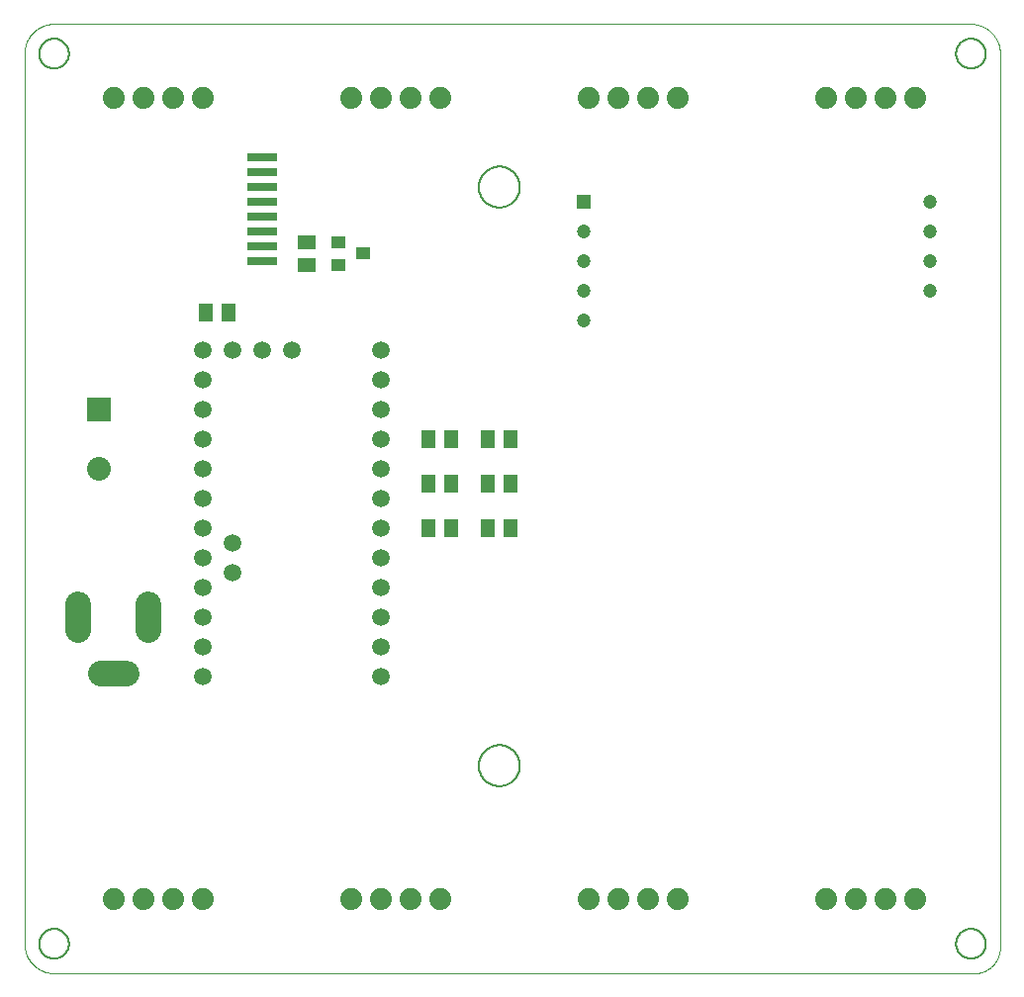
<source format=gtl>
G75*
%MOIN*%
%OFA0B0*%
%FSLAX25Y25*%
%IPPOS*%
%LPD*%
%AMOC8*
5,1,8,0,0,1.08239X$1,22.5*
%
%ADD10C,0.00000*%
%ADD11C,0.00600*%
%ADD12C,0.07400*%
%ADD13C,0.08600*%
%ADD14C,0.05906*%
%ADD15R,0.04724X0.04724*%
%ADD16C,0.04724*%
%ADD17R,0.10000X0.03000*%
%ADD18R,0.05118X0.05906*%
%ADD19R,0.05906X0.05118*%
%ADD20R,0.08000X0.08000*%
%ADD21C,0.08000*%
%ADD22R,0.04724X0.04000*%
%ADD23C,0.03562*%
%ADD24C,0.07600*%
%ADD25C,0.01200*%
%ADD26C,0.02400*%
%ADD27C,0.03200*%
%ADD28C,0.01600*%
%ADD29C,0.02400*%
D10*
X0013520Y0011600D02*
X0013520Y0311561D01*
X0013523Y0311803D01*
X0013532Y0312044D01*
X0013546Y0312285D01*
X0013567Y0312526D01*
X0013593Y0312766D01*
X0013625Y0313006D01*
X0013663Y0313245D01*
X0013706Y0313482D01*
X0013756Y0313719D01*
X0013811Y0313954D01*
X0013871Y0314188D01*
X0013938Y0314420D01*
X0014009Y0314651D01*
X0014087Y0314880D01*
X0014170Y0315107D01*
X0014258Y0315332D01*
X0014352Y0315555D01*
X0014451Y0315775D01*
X0014556Y0315993D01*
X0014665Y0316208D01*
X0014780Y0316421D01*
X0014900Y0316631D01*
X0015025Y0316837D01*
X0015155Y0317041D01*
X0015290Y0317242D01*
X0015430Y0317439D01*
X0015574Y0317633D01*
X0015723Y0317823D01*
X0015877Y0318009D01*
X0016035Y0318192D01*
X0016197Y0318371D01*
X0016364Y0318546D01*
X0016535Y0318717D01*
X0016710Y0318884D01*
X0016889Y0319046D01*
X0017072Y0319204D01*
X0017258Y0319358D01*
X0017448Y0319507D01*
X0017642Y0319651D01*
X0017839Y0319791D01*
X0018040Y0319926D01*
X0018244Y0320056D01*
X0018450Y0320181D01*
X0018660Y0320301D01*
X0018873Y0320416D01*
X0019088Y0320525D01*
X0019306Y0320630D01*
X0019526Y0320729D01*
X0019749Y0320823D01*
X0019974Y0320911D01*
X0020201Y0320994D01*
X0020430Y0321072D01*
X0020661Y0321143D01*
X0020893Y0321210D01*
X0021127Y0321270D01*
X0021362Y0321325D01*
X0021599Y0321375D01*
X0021836Y0321418D01*
X0022075Y0321456D01*
X0022315Y0321488D01*
X0022555Y0321514D01*
X0022796Y0321535D01*
X0023037Y0321549D01*
X0023278Y0321558D01*
X0023520Y0321561D01*
X0332260Y0321561D01*
X0332501Y0321558D01*
X0332741Y0321549D01*
X0332982Y0321535D01*
X0333221Y0321514D01*
X0333461Y0321488D01*
X0333699Y0321456D01*
X0333937Y0321419D01*
X0334174Y0321375D01*
X0334409Y0321326D01*
X0334644Y0321272D01*
X0334877Y0321211D01*
X0335108Y0321145D01*
X0335338Y0321073D01*
X0335566Y0320996D01*
X0335792Y0320914D01*
X0336016Y0320826D01*
X0336238Y0320732D01*
X0336458Y0320633D01*
X0336675Y0320529D01*
X0336889Y0320420D01*
X0337101Y0320306D01*
X0337310Y0320186D01*
X0337516Y0320062D01*
X0337719Y0319932D01*
X0337918Y0319798D01*
X0338115Y0319659D01*
X0338308Y0319515D01*
X0338497Y0319366D01*
X0338683Y0319213D01*
X0338865Y0319056D01*
X0339044Y0318894D01*
X0339218Y0318728D01*
X0339388Y0318558D01*
X0339554Y0318384D01*
X0339716Y0318205D01*
X0339873Y0318023D01*
X0340026Y0317837D01*
X0340175Y0317648D01*
X0340319Y0317455D01*
X0340458Y0317258D01*
X0340592Y0317059D01*
X0340722Y0316856D01*
X0340846Y0316650D01*
X0340966Y0316441D01*
X0341080Y0316229D01*
X0341189Y0316015D01*
X0341293Y0315798D01*
X0341392Y0315578D01*
X0341486Y0315356D01*
X0341574Y0315132D01*
X0341656Y0314906D01*
X0341733Y0314678D01*
X0341805Y0314448D01*
X0341871Y0314217D01*
X0341932Y0313984D01*
X0341986Y0313749D01*
X0342035Y0313514D01*
X0342079Y0313277D01*
X0342116Y0313039D01*
X0342148Y0312801D01*
X0342174Y0312561D01*
X0342195Y0312322D01*
X0342209Y0312081D01*
X0342218Y0311841D01*
X0342221Y0311600D01*
X0342220Y0311600D02*
X0342220Y0010301D01*
X0342221Y0010301D02*
X0342218Y0010091D01*
X0342211Y0009881D01*
X0342198Y0009671D01*
X0342180Y0009461D01*
X0342158Y0009252D01*
X0342130Y0009044D01*
X0342097Y0008836D01*
X0342059Y0008629D01*
X0342016Y0008423D01*
X0341968Y0008219D01*
X0341915Y0008015D01*
X0341858Y0007813D01*
X0341795Y0007612D01*
X0341728Y0007413D01*
X0341656Y0007216D01*
X0341579Y0007020D01*
X0341497Y0006826D01*
X0341411Y0006634D01*
X0341320Y0006445D01*
X0341224Y0006257D01*
X0341124Y0006072D01*
X0341020Y0005890D01*
X0340911Y0005710D01*
X0340798Y0005533D01*
X0340681Y0005358D01*
X0340559Y0005187D01*
X0340434Y0005018D01*
X0340304Y0004853D01*
X0340170Y0004690D01*
X0340033Y0004531D01*
X0339891Y0004375D01*
X0339746Y0004223D01*
X0339598Y0004075D01*
X0339446Y0003930D01*
X0339290Y0003788D01*
X0339131Y0003651D01*
X0338968Y0003517D01*
X0338803Y0003387D01*
X0338634Y0003262D01*
X0338463Y0003140D01*
X0338288Y0003023D01*
X0338111Y0002910D01*
X0337931Y0002801D01*
X0337749Y0002697D01*
X0337564Y0002597D01*
X0337376Y0002501D01*
X0337187Y0002410D01*
X0336995Y0002324D01*
X0336801Y0002242D01*
X0336605Y0002165D01*
X0336408Y0002093D01*
X0336209Y0002026D01*
X0336008Y0001963D01*
X0335806Y0001906D01*
X0335602Y0001853D01*
X0335398Y0001805D01*
X0335192Y0001762D01*
X0334985Y0001724D01*
X0334777Y0001691D01*
X0334569Y0001663D01*
X0334360Y0001641D01*
X0334150Y0001623D01*
X0333940Y0001610D01*
X0333730Y0001603D01*
X0333520Y0001600D01*
X0023520Y0001600D01*
X0023278Y0001603D01*
X0023037Y0001612D01*
X0022796Y0001626D01*
X0022555Y0001647D01*
X0022315Y0001673D01*
X0022075Y0001705D01*
X0021836Y0001743D01*
X0021599Y0001786D01*
X0021362Y0001836D01*
X0021127Y0001891D01*
X0020893Y0001951D01*
X0020661Y0002018D01*
X0020430Y0002089D01*
X0020201Y0002167D01*
X0019974Y0002250D01*
X0019749Y0002338D01*
X0019526Y0002432D01*
X0019306Y0002531D01*
X0019088Y0002636D01*
X0018873Y0002745D01*
X0018660Y0002860D01*
X0018450Y0002980D01*
X0018244Y0003105D01*
X0018040Y0003235D01*
X0017839Y0003370D01*
X0017642Y0003510D01*
X0017448Y0003654D01*
X0017258Y0003803D01*
X0017072Y0003957D01*
X0016889Y0004115D01*
X0016710Y0004277D01*
X0016535Y0004444D01*
X0016364Y0004615D01*
X0016197Y0004790D01*
X0016035Y0004969D01*
X0015877Y0005152D01*
X0015723Y0005338D01*
X0015574Y0005528D01*
X0015430Y0005722D01*
X0015290Y0005919D01*
X0015155Y0006120D01*
X0015025Y0006324D01*
X0014900Y0006530D01*
X0014780Y0006740D01*
X0014665Y0006953D01*
X0014556Y0007168D01*
X0014451Y0007386D01*
X0014352Y0007606D01*
X0014258Y0007829D01*
X0014170Y0008054D01*
X0014087Y0008281D01*
X0014009Y0008510D01*
X0013938Y0008741D01*
X0013871Y0008973D01*
X0013811Y0009207D01*
X0013756Y0009442D01*
X0013706Y0009679D01*
X0013663Y0009916D01*
X0013625Y0010155D01*
X0013593Y0010395D01*
X0013567Y0010635D01*
X0013546Y0010876D01*
X0013532Y0011117D01*
X0013523Y0011358D01*
X0013520Y0011600D01*
D11*
X0018520Y0011600D02*
X0018522Y0011741D01*
X0018528Y0011882D01*
X0018538Y0012022D01*
X0018552Y0012162D01*
X0018570Y0012302D01*
X0018591Y0012441D01*
X0018617Y0012580D01*
X0018646Y0012718D01*
X0018680Y0012854D01*
X0018717Y0012990D01*
X0018758Y0013125D01*
X0018803Y0013259D01*
X0018852Y0013391D01*
X0018904Y0013522D01*
X0018960Y0013651D01*
X0019020Y0013778D01*
X0019083Y0013904D01*
X0019149Y0014028D01*
X0019220Y0014151D01*
X0019293Y0014271D01*
X0019370Y0014389D01*
X0019450Y0014505D01*
X0019534Y0014618D01*
X0019620Y0014729D01*
X0019710Y0014838D01*
X0019803Y0014944D01*
X0019898Y0015047D01*
X0019997Y0015148D01*
X0020098Y0015246D01*
X0020202Y0015341D01*
X0020309Y0015433D01*
X0020418Y0015522D01*
X0020530Y0015607D01*
X0020644Y0015690D01*
X0020760Y0015770D01*
X0020879Y0015846D01*
X0021000Y0015918D01*
X0021122Y0015988D01*
X0021247Y0016053D01*
X0021373Y0016116D01*
X0021501Y0016174D01*
X0021631Y0016229D01*
X0021762Y0016281D01*
X0021895Y0016328D01*
X0022029Y0016372D01*
X0022164Y0016413D01*
X0022300Y0016449D01*
X0022437Y0016481D01*
X0022575Y0016510D01*
X0022713Y0016535D01*
X0022853Y0016555D01*
X0022993Y0016572D01*
X0023133Y0016585D01*
X0023274Y0016594D01*
X0023414Y0016599D01*
X0023555Y0016600D01*
X0023696Y0016597D01*
X0023837Y0016590D01*
X0023977Y0016579D01*
X0024117Y0016564D01*
X0024257Y0016545D01*
X0024396Y0016523D01*
X0024534Y0016496D01*
X0024672Y0016466D01*
X0024808Y0016431D01*
X0024944Y0016393D01*
X0025078Y0016351D01*
X0025212Y0016305D01*
X0025344Y0016256D01*
X0025474Y0016202D01*
X0025603Y0016145D01*
X0025730Y0016085D01*
X0025856Y0016021D01*
X0025979Y0015953D01*
X0026101Y0015882D01*
X0026221Y0015808D01*
X0026338Y0015730D01*
X0026453Y0015649D01*
X0026566Y0015565D01*
X0026677Y0015478D01*
X0026785Y0015387D01*
X0026890Y0015294D01*
X0026993Y0015197D01*
X0027093Y0015098D01*
X0027190Y0014996D01*
X0027284Y0014891D01*
X0027375Y0014784D01*
X0027463Y0014674D01*
X0027548Y0014562D01*
X0027630Y0014447D01*
X0027709Y0014330D01*
X0027784Y0014211D01*
X0027856Y0014090D01*
X0027924Y0013967D01*
X0027989Y0013842D01*
X0028051Y0013715D01*
X0028108Y0013586D01*
X0028163Y0013456D01*
X0028213Y0013325D01*
X0028260Y0013192D01*
X0028303Y0013058D01*
X0028342Y0012922D01*
X0028377Y0012786D01*
X0028409Y0012649D01*
X0028436Y0012511D01*
X0028460Y0012372D01*
X0028480Y0012232D01*
X0028496Y0012092D01*
X0028508Y0011952D01*
X0028516Y0011811D01*
X0028520Y0011670D01*
X0028520Y0011530D01*
X0028516Y0011389D01*
X0028508Y0011248D01*
X0028496Y0011108D01*
X0028480Y0010968D01*
X0028460Y0010828D01*
X0028436Y0010689D01*
X0028409Y0010551D01*
X0028377Y0010414D01*
X0028342Y0010278D01*
X0028303Y0010142D01*
X0028260Y0010008D01*
X0028213Y0009875D01*
X0028163Y0009744D01*
X0028108Y0009614D01*
X0028051Y0009485D01*
X0027989Y0009358D01*
X0027924Y0009233D01*
X0027856Y0009110D01*
X0027784Y0008989D01*
X0027709Y0008870D01*
X0027630Y0008753D01*
X0027548Y0008638D01*
X0027463Y0008526D01*
X0027375Y0008416D01*
X0027284Y0008309D01*
X0027190Y0008204D01*
X0027093Y0008102D01*
X0026993Y0008003D01*
X0026890Y0007906D01*
X0026785Y0007813D01*
X0026677Y0007722D01*
X0026566Y0007635D01*
X0026453Y0007551D01*
X0026338Y0007470D01*
X0026221Y0007392D01*
X0026101Y0007318D01*
X0025979Y0007247D01*
X0025856Y0007179D01*
X0025730Y0007115D01*
X0025603Y0007055D01*
X0025474Y0006998D01*
X0025344Y0006944D01*
X0025212Y0006895D01*
X0025078Y0006849D01*
X0024944Y0006807D01*
X0024808Y0006769D01*
X0024672Y0006734D01*
X0024534Y0006704D01*
X0024396Y0006677D01*
X0024257Y0006655D01*
X0024117Y0006636D01*
X0023977Y0006621D01*
X0023837Y0006610D01*
X0023696Y0006603D01*
X0023555Y0006600D01*
X0023414Y0006601D01*
X0023274Y0006606D01*
X0023133Y0006615D01*
X0022993Y0006628D01*
X0022853Y0006645D01*
X0022713Y0006665D01*
X0022575Y0006690D01*
X0022437Y0006719D01*
X0022300Y0006751D01*
X0022164Y0006787D01*
X0022029Y0006828D01*
X0021895Y0006872D01*
X0021762Y0006919D01*
X0021631Y0006971D01*
X0021501Y0007026D01*
X0021373Y0007084D01*
X0021247Y0007147D01*
X0021122Y0007212D01*
X0021000Y0007282D01*
X0020879Y0007354D01*
X0020760Y0007430D01*
X0020644Y0007510D01*
X0020530Y0007593D01*
X0020418Y0007678D01*
X0020309Y0007767D01*
X0020202Y0007859D01*
X0020098Y0007954D01*
X0019997Y0008052D01*
X0019898Y0008153D01*
X0019803Y0008256D01*
X0019710Y0008362D01*
X0019620Y0008471D01*
X0019534Y0008582D01*
X0019450Y0008695D01*
X0019370Y0008811D01*
X0019293Y0008929D01*
X0019220Y0009049D01*
X0019149Y0009172D01*
X0019083Y0009296D01*
X0019020Y0009422D01*
X0018960Y0009549D01*
X0018904Y0009678D01*
X0018852Y0009809D01*
X0018803Y0009941D01*
X0018758Y0010075D01*
X0018717Y0010210D01*
X0018680Y0010346D01*
X0018646Y0010482D01*
X0018617Y0010620D01*
X0018591Y0010759D01*
X0018570Y0010898D01*
X0018552Y0011038D01*
X0018538Y0011178D01*
X0018528Y0011318D01*
X0018522Y0011459D01*
X0018520Y0011600D01*
X0166630Y0071600D02*
X0166632Y0071769D01*
X0166638Y0071938D01*
X0166649Y0072107D01*
X0166663Y0072275D01*
X0166682Y0072443D01*
X0166705Y0072611D01*
X0166731Y0072778D01*
X0166762Y0072944D01*
X0166797Y0073110D01*
X0166836Y0073274D01*
X0166880Y0073438D01*
X0166927Y0073600D01*
X0166978Y0073761D01*
X0167033Y0073921D01*
X0167092Y0074080D01*
X0167154Y0074237D01*
X0167221Y0074392D01*
X0167292Y0074546D01*
X0167366Y0074698D01*
X0167444Y0074848D01*
X0167525Y0074996D01*
X0167610Y0075142D01*
X0167699Y0075286D01*
X0167791Y0075428D01*
X0167887Y0075567D01*
X0167986Y0075704D01*
X0168088Y0075839D01*
X0168194Y0075971D01*
X0168303Y0076100D01*
X0168415Y0076227D01*
X0168530Y0076351D01*
X0168648Y0076472D01*
X0168769Y0076590D01*
X0168893Y0076705D01*
X0169020Y0076817D01*
X0169149Y0076926D01*
X0169281Y0077032D01*
X0169416Y0077134D01*
X0169553Y0077233D01*
X0169692Y0077329D01*
X0169834Y0077421D01*
X0169978Y0077510D01*
X0170124Y0077595D01*
X0170272Y0077676D01*
X0170422Y0077754D01*
X0170574Y0077828D01*
X0170728Y0077899D01*
X0170883Y0077966D01*
X0171040Y0078028D01*
X0171199Y0078087D01*
X0171359Y0078142D01*
X0171520Y0078193D01*
X0171682Y0078240D01*
X0171846Y0078284D01*
X0172010Y0078323D01*
X0172176Y0078358D01*
X0172342Y0078389D01*
X0172509Y0078415D01*
X0172677Y0078438D01*
X0172845Y0078457D01*
X0173013Y0078471D01*
X0173182Y0078482D01*
X0173351Y0078488D01*
X0173520Y0078490D01*
X0173689Y0078488D01*
X0173858Y0078482D01*
X0174027Y0078471D01*
X0174195Y0078457D01*
X0174363Y0078438D01*
X0174531Y0078415D01*
X0174698Y0078389D01*
X0174864Y0078358D01*
X0175030Y0078323D01*
X0175194Y0078284D01*
X0175358Y0078240D01*
X0175520Y0078193D01*
X0175681Y0078142D01*
X0175841Y0078087D01*
X0176000Y0078028D01*
X0176157Y0077966D01*
X0176312Y0077899D01*
X0176466Y0077828D01*
X0176618Y0077754D01*
X0176768Y0077676D01*
X0176916Y0077595D01*
X0177062Y0077510D01*
X0177206Y0077421D01*
X0177348Y0077329D01*
X0177487Y0077233D01*
X0177624Y0077134D01*
X0177759Y0077032D01*
X0177891Y0076926D01*
X0178020Y0076817D01*
X0178147Y0076705D01*
X0178271Y0076590D01*
X0178392Y0076472D01*
X0178510Y0076351D01*
X0178625Y0076227D01*
X0178737Y0076100D01*
X0178846Y0075971D01*
X0178952Y0075839D01*
X0179054Y0075704D01*
X0179153Y0075567D01*
X0179249Y0075428D01*
X0179341Y0075286D01*
X0179430Y0075142D01*
X0179515Y0074996D01*
X0179596Y0074848D01*
X0179674Y0074698D01*
X0179748Y0074546D01*
X0179819Y0074392D01*
X0179886Y0074237D01*
X0179948Y0074080D01*
X0180007Y0073921D01*
X0180062Y0073761D01*
X0180113Y0073600D01*
X0180160Y0073438D01*
X0180204Y0073274D01*
X0180243Y0073110D01*
X0180278Y0072944D01*
X0180309Y0072778D01*
X0180335Y0072611D01*
X0180358Y0072443D01*
X0180377Y0072275D01*
X0180391Y0072107D01*
X0180402Y0071938D01*
X0180408Y0071769D01*
X0180410Y0071600D01*
X0180408Y0071431D01*
X0180402Y0071262D01*
X0180391Y0071093D01*
X0180377Y0070925D01*
X0180358Y0070757D01*
X0180335Y0070589D01*
X0180309Y0070422D01*
X0180278Y0070256D01*
X0180243Y0070090D01*
X0180204Y0069926D01*
X0180160Y0069762D01*
X0180113Y0069600D01*
X0180062Y0069439D01*
X0180007Y0069279D01*
X0179948Y0069120D01*
X0179886Y0068963D01*
X0179819Y0068808D01*
X0179748Y0068654D01*
X0179674Y0068502D01*
X0179596Y0068352D01*
X0179515Y0068204D01*
X0179430Y0068058D01*
X0179341Y0067914D01*
X0179249Y0067772D01*
X0179153Y0067633D01*
X0179054Y0067496D01*
X0178952Y0067361D01*
X0178846Y0067229D01*
X0178737Y0067100D01*
X0178625Y0066973D01*
X0178510Y0066849D01*
X0178392Y0066728D01*
X0178271Y0066610D01*
X0178147Y0066495D01*
X0178020Y0066383D01*
X0177891Y0066274D01*
X0177759Y0066168D01*
X0177624Y0066066D01*
X0177487Y0065967D01*
X0177348Y0065871D01*
X0177206Y0065779D01*
X0177062Y0065690D01*
X0176916Y0065605D01*
X0176768Y0065524D01*
X0176618Y0065446D01*
X0176466Y0065372D01*
X0176312Y0065301D01*
X0176157Y0065234D01*
X0176000Y0065172D01*
X0175841Y0065113D01*
X0175681Y0065058D01*
X0175520Y0065007D01*
X0175358Y0064960D01*
X0175194Y0064916D01*
X0175030Y0064877D01*
X0174864Y0064842D01*
X0174698Y0064811D01*
X0174531Y0064785D01*
X0174363Y0064762D01*
X0174195Y0064743D01*
X0174027Y0064729D01*
X0173858Y0064718D01*
X0173689Y0064712D01*
X0173520Y0064710D01*
X0173351Y0064712D01*
X0173182Y0064718D01*
X0173013Y0064729D01*
X0172845Y0064743D01*
X0172677Y0064762D01*
X0172509Y0064785D01*
X0172342Y0064811D01*
X0172176Y0064842D01*
X0172010Y0064877D01*
X0171846Y0064916D01*
X0171682Y0064960D01*
X0171520Y0065007D01*
X0171359Y0065058D01*
X0171199Y0065113D01*
X0171040Y0065172D01*
X0170883Y0065234D01*
X0170728Y0065301D01*
X0170574Y0065372D01*
X0170422Y0065446D01*
X0170272Y0065524D01*
X0170124Y0065605D01*
X0169978Y0065690D01*
X0169834Y0065779D01*
X0169692Y0065871D01*
X0169553Y0065967D01*
X0169416Y0066066D01*
X0169281Y0066168D01*
X0169149Y0066274D01*
X0169020Y0066383D01*
X0168893Y0066495D01*
X0168769Y0066610D01*
X0168648Y0066728D01*
X0168530Y0066849D01*
X0168415Y0066973D01*
X0168303Y0067100D01*
X0168194Y0067229D01*
X0168088Y0067361D01*
X0167986Y0067496D01*
X0167887Y0067633D01*
X0167791Y0067772D01*
X0167699Y0067914D01*
X0167610Y0068058D01*
X0167525Y0068204D01*
X0167444Y0068352D01*
X0167366Y0068502D01*
X0167292Y0068654D01*
X0167221Y0068808D01*
X0167154Y0068963D01*
X0167092Y0069120D01*
X0167033Y0069279D01*
X0166978Y0069439D01*
X0166927Y0069600D01*
X0166880Y0069762D01*
X0166836Y0069926D01*
X0166797Y0070090D01*
X0166762Y0070256D01*
X0166731Y0070422D01*
X0166705Y0070589D01*
X0166682Y0070757D01*
X0166663Y0070925D01*
X0166649Y0071093D01*
X0166638Y0071262D01*
X0166632Y0071431D01*
X0166630Y0071600D01*
X0327417Y0011600D02*
X0327419Y0011741D01*
X0327425Y0011882D01*
X0327435Y0012022D01*
X0327449Y0012162D01*
X0327467Y0012302D01*
X0327488Y0012441D01*
X0327514Y0012580D01*
X0327543Y0012718D01*
X0327577Y0012854D01*
X0327614Y0012990D01*
X0327655Y0013125D01*
X0327700Y0013259D01*
X0327749Y0013391D01*
X0327801Y0013522D01*
X0327857Y0013651D01*
X0327917Y0013778D01*
X0327980Y0013904D01*
X0328046Y0014028D01*
X0328117Y0014151D01*
X0328190Y0014271D01*
X0328267Y0014389D01*
X0328347Y0014505D01*
X0328431Y0014618D01*
X0328517Y0014729D01*
X0328607Y0014838D01*
X0328700Y0014944D01*
X0328795Y0015047D01*
X0328894Y0015148D01*
X0328995Y0015246D01*
X0329099Y0015341D01*
X0329206Y0015433D01*
X0329315Y0015522D01*
X0329427Y0015607D01*
X0329541Y0015690D01*
X0329657Y0015770D01*
X0329776Y0015846D01*
X0329897Y0015918D01*
X0330019Y0015988D01*
X0330144Y0016053D01*
X0330270Y0016116D01*
X0330398Y0016174D01*
X0330528Y0016229D01*
X0330659Y0016281D01*
X0330792Y0016328D01*
X0330926Y0016372D01*
X0331061Y0016413D01*
X0331197Y0016449D01*
X0331334Y0016481D01*
X0331472Y0016510D01*
X0331610Y0016535D01*
X0331750Y0016555D01*
X0331890Y0016572D01*
X0332030Y0016585D01*
X0332171Y0016594D01*
X0332311Y0016599D01*
X0332452Y0016600D01*
X0332593Y0016597D01*
X0332734Y0016590D01*
X0332874Y0016579D01*
X0333014Y0016564D01*
X0333154Y0016545D01*
X0333293Y0016523D01*
X0333431Y0016496D01*
X0333569Y0016466D01*
X0333705Y0016431D01*
X0333841Y0016393D01*
X0333975Y0016351D01*
X0334109Y0016305D01*
X0334241Y0016256D01*
X0334371Y0016202D01*
X0334500Y0016145D01*
X0334627Y0016085D01*
X0334753Y0016021D01*
X0334876Y0015953D01*
X0334998Y0015882D01*
X0335118Y0015808D01*
X0335235Y0015730D01*
X0335350Y0015649D01*
X0335463Y0015565D01*
X0335574Y0015478D01*
X0335682Y0015387D01*
X0335787Y0015294D01*
X0335890Y0015197D01*
X0335990Y0015098D01*
X0336087Y0014996D01*
X0336181Y0014891D01*
X0336272Y0014784D01*
X0336360Y0014674D01*
X0336445Y0014562D01*
X0336527Y0014447D01*
X0336606Y0014330D01*
X0336681Y0014211D01*
X0336753Y0014090D01*
X0336821Y0013967D01*
X0336886Y0013842D01*
X0336948Y0013715D01*
X0337005Y0013586D01*
X0337060Y0013456D01*
X0337110Y0013325D01*
X0337157Y0013192D01*
X0337200Y0013058D01*
X0337239Y0012922D01*
X0337274Y0012786D01*
X0337306Y0012649D01*
X0337333Y0012511D01*
X0337357Y0012372D01*
X0337377Y0012232D01*
X0337393Y0012092D01*
X0337405Y0011952D01*
X0337413Y0011811D01*
X0337417Y0011670D01*
X0337417Y0011530D01*
X0337413Y0011389D01*
X0337405Y0011248D01*
X0337393Y0011108D01*
X0337377Y0010968D01*
X0337357Y0010828D01*
X0337333Y0010689D01*
X0337306Y0010551D01*
X0337274Y0010414D01*
X0337239Y0010278D01*
X0337200Y0010142D01*
X0337157Y0010008D01*
X0337110Y0009875D01*
X0337060Y0009744D01*
X0337005Y0009614D01*
X0336948Y0009485D01*
X0336886Y0009358D01*
X0336821Y0009233D01*
X0336753Y0009110D01*
X0336681Y0008989D01*
X0336606Y0008870D01*
X0336527Y0008753D01*
X0336445Y0008638D01*
X0336360Y0008526D01*
X0336272Y0008416D01*
X0336181Y0008309D01*
X0336087Y0008204D01*
X0335990Y0008102D01*
X0335890Y0008003D01*
X0335787Y0007906D01*
X0335682Y0007813D01*
X0335574Y0007722D01*
X0335463Y0007635D01*
X0335350Y0007551D01*
X0335235Y0007470D01*
X0335118Y0007392D01*
X0334998Y0007318D01*
X0334876Y0007247D01*
X0334753Y0007179D01*
X0334627Y0007115D01*
X0334500Y0007055D01*
X0334371Y0006998D01*
X0334241Y0006944D01*
X0334109Y0006895D01*
X0333975Y0006849D01*
X0333841Y0006807D01*
X0333705Y0006769D01*
X0333569Y0006734D01*
X0333431Y0006704D01*
X0333293Y0006677D01*
X0333154Y0006655D01*
X0333014Y0006636D01*
X0332874Y0006621D01*
X0332734Y0006610D01*
X0332593Y0006603D01*
X0332452Y0006600D01*
X0332311Y0006601D01*
X0332171Y0006606D01*
X0332030Y0006615D01*
X0331890Y0006628D01*
X0331750Y0006645D01*
X0331610Y0006665D01*
X0331472Y0006690D01*
X0331334Y0006719D01*
X0331197Y0006751D01*
X0331061Y0006787D01*
X0330926Y0006828D01*
X0330792Y0006872D01*
X0330659Y0006919D01*
X0330528Y0006971D01*
X0330398Y0007026D01*
X0330270Y0007084D01*
X0330144Y0007147D01*
X0330019Y0007212D01*
X0329897Y0007282D01*
X0329776Y0007354D01*
X0329657Y0007430D01*
X0329541Y0007510D01*
X0329427Y0007593D01*
X0329315Y0007678D01*
X0329206Y0007767D01*
X0329099Y0007859D01*
X0328995Y0007954D01*
X0328894Y0008052D01*
X0328795Y0008153D01*
X0328700Y0008256D01*
X0328607Y0008362D01*
X0328517Y0008471D01*
X0328431Y0008582D01*
X0328347Y0008695D01*
X0328267Y0008811D01*
X0328190Y0008929D01*
X0328117Y0009049D01*
X0328046Y0009172D01*
X0327980Y0009296D01*
X0327917Y0009422D01*
X0327857Y0009549D01*
X0327801Y0009678D01*
X0327749Y0009809D01*
X0327700Y0009941D01*
X0327655Y0010075D01*
X0327614Y0010210D01*
X0327577Y0010346D01*
X0327543Y0010482D01*
X0327514Y0010620D01*
X0327488Y0010759D01*
X0327467Y0010898D01*
X0327449Y0011038D01*
X0327435Y0011178D01*
X0327425Y0011318D01*
X0327419Y0011459D01*
X0327417Y0011600D01*
X0166630Y0266600D02*
X0166632Y0266769D01*
X0166638Y0266938D01*
X0166649Y0267107D01*
X0166663Y0267275D01*
X0166682Y0267443D01*
X0166705Y0267611D01*
X0166731Y0267778D01*
X0166762Y0267944D01*
X0166797Y0268110D01*
X0166836Y0268274D01*
X0166880Y0268438D01*
X0166927Y0268600D01*
X0166978Y0268761D01*
X0167033Y0268921D01*
X0167092Y0269080D01*
X0167154Y0269237D01*
X0167221Y0269392D01*
X0167292Y0269546D01*
X0167366Y0269698D01*
X0167444Y0269848D01*
X0167525Y0269996D01*
X0167610Y0270142D01*
X0167699Y0270286D01*
X0167791Y0270428D01*
X0167887Y0270567D01*
X0167986Y0270704D01*
X0168088Y0270839D01*
X0168194Y0270971D01*
X0168303Y0271100D01*
X0168415Y0271227D01*
X0168530Y0271351D01*
X0168648Y0271472D01*
X0168769Y0271590D01*
X0168893Y0271705D01*
X0169020Y0271817D01*
X0169149Y0271926D01*
X0169281Y0272032D01*
X0169416Y0272134D01*
X0169553Y0272233D01*
X0169692Y0272329D01*
X0169834Y0272421D01*
X0169978Y0272510D01*
X0170124Y0272595D01*
X0170272Y0272676D01*
X0170422Y0272754D01*
X0170574Y0272828D01*
X0170728Y0272899D01*
X0170883Y0272966D01*
X0171040Y0273028D01*
X0171199Y0273087D01*
X0171359Y0273142D01*
X0171520Y0273193D01*
X0171682Y0273240D01*
X0171846Y0273284D01*
X0172010Y0273323D01*
X0172176Y0273358D01*
X0172342Y0273389D01*
X0172509Y0273415D01*
X0172677Y0273438D01*
X0172845Y0273457D01*
X0173013Y0273471D01*
X0173182Y0273482D01*
X0173351Y0273488D01*
X0173520Y0273490D01*
X0173689Y0273488D01*
X0173858Y0273482D01*
X0174027Y0273471D01*
X0174195Y0273457D01*
X0174363Y0273438D01*
X0174531Y0273415D01*
X0174698Y0273389D01*
X0174864Y0273358D01*
X0175030Y0273323D01*
X0175194Y0273284D01*
X0175358Y0273240D01*
X0175520Y0273193D01*
X0175681Y0273142D01*
X0175841Y0273087D01*
X0176000Y0273028D01*
X0176157Y0272966D01*
X0176312Y0272899D01*
X0176466Y0272828D01*
X0176618Y0272754D01*
X0176768Y0272676D01*
X0176916Y0272595D01*
X0177062Y0272510D01*
X0177206Y0272421D01*
X0177348Y0272329D01*
X0177487Y0272233D01*
X0177624Y0272134D01*
X0177759Y0272032D01*
X0177891Y0271926D01*
X0178020Y0271817D01*
X0178147Y0271705D01*
X0178271Y0271590D01*
X0178392Y0271472D01*
X0178510Y0271351D01*
X0178625Y0271227D01*
X0178737Y0271100D01*
X0178846Y0270971D01*
X0178952Y0270839D01*
X0179054Y0270704D01*
X0179153Y0270567D01*
X0179249Y0270428D01*
X0179341Y0270286D01*
X0179430Y0270142D01*
X0179515Y0269996D01*
X0179596Y0269848D01*
X0179674Y0269698D01*
X0179748Y0269546D01*
X0179819Y0269392D01*
X0179886Y0269237D01*
X0179948Y0269080D01*
X0180007Y0268921D01*
X0180062Y0268761D01*
X0180113Y0268600D01*
X0180160Y0268438D01*
X0180204Y0268274D01*
X0180243Y0268110D01*
X0180278Y0267944D01*
X0180309Y0267778D01*
X0180335Y0267611D01*
X0180358Y0267443D01*
X0180377Y0267275D01*
X0180391Y0267107D01*
X0180402Y0266938D01*
X0180408Y0266769D01*
X0180410Y0266600D01*
X0180408Y0266431D01*
X0180402Y0266262D01*
X0180391Y0266093D01*
X0180377Y0265925D01*
X0180358Y0265757D01*
X0180335Y0265589D01*
X0180309Y0265422D01*
X0180278Y0265256D01*
X0180243Y0265090D01*
X0180204Y0264926D01*
X0180160Y0264762D01*
X0180113Y0264600D01*
X0180062Y0264439D01*
X0180007Y0264279D01*
X0179948Y0264120D01*
X0179886Y0263963D01*
X0179819Y0263808D01*
X0179748Y0263654D01*
X0179674Y0263502D01*
X0179596Y0263352D01*
X0179515Y0263204D01*
X0179430Y0263058D01*
X0179341Y0262914D01*
X0179249Y0262772D01*
X0179153Y0262633D01*
X0179054Y0262496D01*
X0178952Y0262361D01*
X0178846Y0262229D01*
X0178737Y0262100D01*
X0178625Y0261973D01*
X0178510Y0261849D01*
X0178392Y0261728D01*
X0178271Y0261610D01*
X0178147Y0261495D01*
X0178020Y0261383D01*
X0177891Y0261274D01*
X0177759Y0261168D01*
X0177624Y0261066D01*
X0177487Y0260967D01*
X0177348Y0260871D01*
X0177206Y0260779D01*
X0177062Y0260690D01*
X0176916Y0260605D01*
X0176768Y0260524D01*
X0176618Y0260446D01*
X0176466Y0260372D01*
X0176312Y0260301D01*
X0176157Y0260234D01*
X0176000Y0260172D01*
X0175841Y0260113D01*
X0175681Y0260058D01*
X0175520Y0260007D01*
X0175358Y0259960D01*
X0175194Y0259916D01*
X0175030Y0259877D01*
X0174864Y0259842D01*
X0174698Y0259811D01*
X0174531Y0259785D01*
X0174363Y0259762D01*
X0174195Y0259743D01*
X0174027Y0259729D01*
X0173858Y0259718D01*
X0173689Y0259712D01*
X0173520Y0259710D01*
X0173351Y0259712D01*
X0173182Y0259718D01*
X0173013Y0259729D01*
X0172845Y0259743D01*
X0172677Y0259762D01*
X0172509Y0259785D01*
X0172342Y0259811D01*
X0172176Y0259842D01*
X0172010Y0259877D01*
X0171846Y0259916D01*
X0171682Y0259960D01*
X0171520Y0260007D01*
X0171359Y0260058D01*
X0171199Y0260113D01*
X0171040Y0260172D01*
X0170883Y0260234D01*
X0170728Y0260301D01*
X0170574Y0260372D01*
X0170422Y0260446D01*
X0170272Y0260524D01*
X0170124Y0260605D01*
X0169978Y0260690D01*
X0169834Y0260779D01*
X0169692Y0260871D01*
X0169553Y0260967D01*
X0169416Y0261066D01*
X0169281Y0261168D01*
X0169149Y0261274D01*
X0169020Y0261383D01*
X0168893Y0261495D01*
X0168769Y0261610D01*
X0168648Y0261728D01*
X0168530Y0261849D01*
X0168415Y0261973D01*
X0168303Y0262100D01*
X0168194Y0262229D01*
X0168088Y0262361D01*
X0167986Y0262496D01*
X0167887Y0262633D01*
X0167791Y0262772D01*
X0167699Y0262914D01*
X0167610Y0263058D01*
X0167525Y0263204D01*
X0167444Y0263352D01*
X0167366Y0263502D01*
X0167292Y0263654D01*
X0167221Y0263808D01*
X0167154Y0263963D01*
X0167092Y0264120D01*
X0167033Y0264279D01*
X0166978Y0264439D01*
X0166927Y0264600D01*
X0166880Y0264762D01*
X0166836Y0264926D01*
X0166797Y0265090D01*
X0166762Y0265256D01*
X0166731Y0265422D01*
X0166705Y0265589D01*
X0166682Y0265757D01*
X0166663Y0265925D01*
X0166649Y0266093D01*
X0166638Y0266262D01*
X0166632Y0266431D01*
X0166630Y0266600D01*
X0018520Y0311600D02*
X0018522Y0311741D01*
X0018528Y0311882D01*
X0018538Y0312022D01*
X0018552Y0312162D01*
X0018570Y0312302D01*
X0018591Y0312441D01*
X0018617Y0312580D01*
X0018646Y0312718D01*
X0018680Y0312854D01*
X0018717Y0312990D01*
X0018758Y0313125D01*
X0018803Y0313259D01*
X0018852Y0313391D01*
X0018904Y0313522D01*
X0018960Y0313651D01*
X0019020Y0313778D01*
X0019083Y0313904D01*
X0019149Y0314028D01*
X0019220Y0314151D01*
X0019293Y0314271D01*
X0019370Y0314389D01*
X0019450Y0314505D01*
X0019534Y0314618D01*
X0019620Y0314729D01*
X0019710Y0314838D01*
X0019803Y0314944D01*
X0019898Y0315047D01*
X0019997Y0315148D01*
X0020098Y0315246D01*
X0020202Y0315341D01*
X0020309Y0315433D01*
X0020418Y0315522D01*
X0020530Y0315607D01*
X0020644Y0315690D01*
X0020760Y0315770D01*
X0020879Y0315846D01*
X0021000Y0315918D01*
X0021122Y0315988D01*
X0021247Y0316053D01*
X0021373Y0316116D01*
X0021501Y0316174D01*
X0021631Y0316229D01*
X0021762Y0316281D01*
X0021895Y0316328D01*
X0022029Y0316372D01*
X0022164Y0316413D01*
X0022300Y0316449D01*
X0022437Y0316481D01*
X0022575Y0316510D01*
X0022713Y0316535D01*
X0022853Y0316555D01*
X0022993Y0316572D01*
X0023133Y0316585D01*
X0023274Y0316594D01*
X0023414Y0316599D01*
X0023555Y0316600D01*
X0023696Y0316597D01*
X0023837Y0316590D01*
X0023977Y0316579D01*
X0024117Y0316564D01*
X0024257Y0316545D01*
X0024396Y0316523D01*
X0024534Y0316496D01*
X0024672Y0316466D01*
X0024808Y0316431D01*
X0024944Y0316393D01*
X0025078Y0316351D01*
X0025212Y0316305D01*
X0025344Y0316256D01*
X0025474Y0316202D01*
X0025603Y0316145D01*
X0025730Y0316085D01*
X0025856Y0316021D01*
X0025979Y0315953D01*
X0026101Y0315882D01*
X0026221Y0315808D01*
X0026338Y0315730D01*
X0026453Y0315649D01*
X0026566Y0315565D01*
X0026677Y0315478D01*
X0026785Y0315387D01*
X0026890Y0315294D01*
X0026993Y0315197D01*
X0027093Y0315098D01*
X0027190Y0314996D01*
X0027284Y0314891D01*
X0027375Y0314784D01*
X0027463Y0314674D01*
X0027548Y0314562D01*
X0027630Y0314447D01*
X0027709Y0314330D01*
X0027784Y0314211D01*
X0027856Y0314090D01*
X0027924Y0313967D01*
X0027989Y0313842D01*
X0028051Y0313715D01*
X0028108Y0313586D01*
X0028163Y0313456D01*
X0028213Y0313325D01*
X0028260Y0313192D01*
X0028303Y0313058D01*
X0028342Y0312922D01*
X0028377Y0312786D01*
X0028409Y0312649D01*
X0028436Y0312511D01*
X0028460Y0312372D01*
X0028480Y0312232D01*
X0028496Y0312092D01*
X0028508Y0311952D01*
X0028516Y0311811D01*
X0028520Y0311670D01*
X0028520Y0311530D01*
X0028516Y0311389D01*
X0028508Y0311248D01*
X0028496Y0311108D01*
X0028480Y0310968D01*
X0028460Y0310828D01*
X0028436Y0310689D01*
X0028409Y0310551D01*
X0028377Y0310414D01*
X0028342Y0310278D01*
X0028303Y0310142D01*
X0028260Y0310008D01*
X0028213Y0309875D01*
X0028163Y0309744D01*
X0028108Y0309614D01*
X0028051Y0309485D01*
X0027989Y0309358D01*
X0027924Y0309233D01*
X0027856Y0309110D01*
X0027784Y0308989D01*
X0027709Y0308870D01*
X0027630Y0308753D01*
X0027548Y0308638D01*
X0027463Y0308526D01*
X0027375Y0308416D01*
X0027284Y0308309D01*
X0027190Y0308204D01*
X0027093Y0308102D01*
X0026993Y0308003D01*
X0026890Y0307906D01*
X0026785Y0307813D01*
X0026677Y0307722D01*
X0026566Y0307635D01*
X0026453Y0307551D01*
X0026338Y0307470D01*
X0026221Y0307392D01*
X0026101Y0307318D01*
X0025979Y0307247D01*
X0025856Y0307179D01*
X0025730Y0307115D01*
X0025603Y0307055D01*
X0025474Y0306998D01*
X0025344Y0306944D01*
X0025212Y0306895D01*
X0025078Y0306849D01*
X0024944Y0306807D01*
X0024808Y0306769D01*
X0024672Y0306734D01*
X0024534Y0306704D01*
X0024396Y0306677D01*
X0024257Y0306655D01*
X0024117Y0306636D01*
X0023977Y0306621D01*
X0023837Y0306610D01*
X0023696Y0306603D01*
X0023555Y0306600D01*
X0023414Y0306601D01*
X0023274Y0306606D01*
X0023133Y0306615D01*
X0022993Y0306628D01*
X0022853Y0306645D01*
X0022713Y0306665D01*
X0022575Y0306690D01*
X0022437Y0306719D01*
X0022300Y0306751D01*
X0022164Y0306787D01*
X0022029Y0306828D01*
X0021895Y0306872D01*
X0021762Y0306919D01*
X0021631Y0306971D01*
X0021501Y0307026D01*
X0021373Y0307084D01*
X0021247Y0307147D01*
X0021122Y0307212D01*
X0021000Y0307282D01*
X0020879Y0307354D01*
X0020760Y0307430D01*
X0020644Y0307510D01*
X0020530Y0307593D01*
X0020418Y0307678D01*
X0020309Y0307767D01*
X0020202Y0307859D01*
X0020098Y0307954D01*
X0019997Y0308052D01*
X0019898Y0308153D01*
X0019803Y0308256D01*
X0019710Y0308362D01*
X0019620Y0308471D01*
X0019534Y0308582D01*
X0019450Y0308695D01*
X0019370Y0308811D01*
X0019293Y0308929D01*
X0019220Y0309049D01*
X0019149Y0309172D01*
X0019083Y0309296D01*
X0019020Y0309422D01*
X0018960Y0309549D01*
X0018904Y0309678D01*
X0018852Y0309809D01*
X0018803Y0309941D01*
X0018758Y0310075D01*
X0018717Y0310210D01*
X0018680Y0310346D01*
X0018646Y0310482D01*
X0018617Y0310620D01*
X0018591Y0310759D01*
X0018570Y0310898D01*
X0018552Y0311038D01*
X0018538Y0311178D01*
X0018528Y0311318D01*
X0018522Y0311459D01*
X0018520Y0311600D01*
X0327417Y0311600D02*
X0327419Y0311741D01*
X0327425Y0311882D01*
X0327435Y0312022D01*
X0327449Y0312162D01*
X0327467Y0312302D01*
X0327488Y0312441D01*
X0327514Y0312580D01*
X0327543Y0312718D01*
X0327577Y0312854D01*
X0327614Y0312990D01*
X0327655Y0313125D01*
X0327700Y0313259D01*
X0327749Y0313391D01*
X0327801Y0313522D01*
X0327857Y0313651D01*
X0327917Y0313778D01*
X0327980Y0313904D01*
X0328046Y0314028D01*
X0328117Y0314151D01*
X0328190Y0314271D01*
X0328267Y0314389D01*
X0328347Y0314505D01*
X0328431Y0314618D01*
X0328517Y0314729D01*
X0328607Y0314838D01*
X0328700Y0314944D01*
X0328795Y0315047D01*
X0328894Y0315148D01*
X0328995Y0315246D01*
X0329099Y0315341D01*
X0329206Y0315433D01*
X0329315Y0315522D01*
X0329427Y0315607D01*
X0329541Y0315690D01*
X0329657Y0315770D01*
X0329776Y0315846D01*
X0329897Y0315918D01*
X0330019Y0315988D01*
X0330144Y0316053D01*
X0330270Y0316116D01*
X0330398Y0316174D01*
X0330528Y0316229D01*
X0330659Y0316281D01*
X0330792Y0316328D01*
X0330926Y0316372D01*
X0331061Y0316413D01*
X0331197Y0316449D01*
X0331334Y0316481D01*
X0331472Y0316510D01*
X0331610Y0316535D01*
X0331750Y0316555D01*
X0331890Y0316572D01*
X0332030Y0316585D01*
X0332171Y0316594D01*
X0332311Y0316599D01*
X0332452Y0316600D01*
X0332593Y0316597D01*
X0332734Y0316590D01*
X0332874Y0316579D01*
X0333014Y0316564D01*
X0333154Y0316545D01*
X0333293Y0316523D01*
X0333431Y0316496D01*
X0333569Y0316466D01*
X0333705Y0316431D01*
X0333841Y0316393D01*
X0333975Y0316351D01*
X0334109Y0316305D01*
X0334241Y0316256D01*
X0334371Y0316202D01*
X0334500Y0316145D01*
X0334627Y0316085D01*
X0334753Y0316021D01*
X0334876Y0315953D01*
X0334998Y0315882D01*
X0335118Y0315808D01*
X0335235Y0315730D01*
X0335350Y0315649D01*
X0335463Y0315565D01*
X0335574Y0315478D01*
X0335682Y0315387D01*
X0335787Y0315294D01*
X0335890Y0315197D01*
X0335990Y0315098D01*
X0336087Y0314996D01*
X0336181Y0314891D01*
X0336272Y0314784D01*
X0336360Y0314674D01*
X0336445Y0314562D01*
X0336527Y0314447D01*
X0336606Y0314330D01*
X0336681Y0314211D01*
X0336753Y0314090D01*
X0336821Y0313967D01*
X0336886Y0313842D01*
X0336948Y0313715D01*
X0337005Y0313586D01*
X0337060Y0313456D01*
X0337110Y0313325D01*
X0337157Y0313192D01*
X0337200Y0313058D01*
X0337239Y0312922D01*
X0337274Y0312786D01*
X0337306Y0312649D01*
X0337333Y0312511D01*
X0337357Y0312372D01*
X0337377Y0312232D01*
X0337393Y0312092D01*
X0337405Y0311952D01*
X0337413Y0311811D01*
X0337417Y0311670D01*
X0337417Y0311530D01*
X0337413Y0311389D01*
X0337405Y0311248D01*
X0337393Y0311108D01*
X0337377Y0310968D01*
X0337357Y0310828D01*
X0337333Y0310689D01*
X0337306Y0310551D01*
X0337274Y0310414D01*
X0337239Y0310278D01*
X0337200Y0310142D01*
X0337157Y0310008D01*
X0337110Y0309875D01*
X0337060Y0309744D01*
X0337005Y0309614D01*
X0336948Y0309485D01*
X0336886Y0309358D01*
X0336821Y0309233D01*
X0336753Y0309110D01*
X0336681Y0308989D01*
X0336606Y0308870D01*
X0336527Y0308753D01*
X0336445Y0308638D01*
X0336360Y0308526D01*
X0336272Y0308416D01*
X0336181Y0308309D01*
X0336087Y0308204D01*
X0335990Y0308102D01*
X0335890Y0308003D01*
X0335787Y0307906D01*
X0335682Y0307813D01*
X0335574Y0307722D01*
X0335463Y0307635D01*
X0335350Y0307551D01*
X0335235Y0307470D01*
X0335118Y0307392D01*
X0334998Y0307318D01*
X0334876Y0307247D01*
X0334753Y0307179D01*
X0334627Y0307115D01*
X0334500Y0307055D01*
X0334371Y0306998D01*
X0334241Y0306944D01*
X0334109Y0306895D01*
X0333975Y0306849D01*
X0333841Y0306807D01*
X0333705Y0306769D01*
X0333569Y0306734D01*
X0333431Y0306704D01*
X0333293Y0306677D01*
X0333154Y0306655D01*
X0333014Y0306636D01*
X0332874Y0306621D01*
X0332734Y0306610D01*
X0332593Y0306603D01*
X0332452Y0306600D01*
X0332311Y0306601D01*
X0332171Y0306606D01*
X0332030Y0306615D01*
X0331890Y0306628D01*
X0331750Y0306645D01*
X0331610Y0306665D01*
X0331472Y0306690D01*
X0331334Y0306719D01*
X0331197Y0306751D01*
X0331061Y0306787D01*
X0330926Y0306828D01*
X0330792Y0306872D01*
X0330659Y0306919D01*
X0330528Y0306971D01*
X0330398Y0307026D01*
X0330270Y0307084D01*
X0330144Y0307147D01*
X0330019Y0307212D01*
X0329897Y0307282D01*
X0329776Y0307354D01*
X0329657Y0307430D01*
X0329541Y0307510D01*
X0329427Y0307593D01*
X0329315Y0307678D01*
X0329206Y0307767D01*
X0329099Y0307859D01*
X0328995Y0307954D01*
X0328894Y0308052D01*
X0328795Y0308153D01*
X0328700Y0308256D01*
X0328607Y0308362D01*
X0328517Y0308471D01*
X0328431Y0308582D01*
X0328347Y0308695D01*
X0328267Y0308811D01*
X0328190Y0308929D01*
X0328117Y0309049D01*
X0328046Y0309172D01*
X0327980Y0309296D01*
X0327917Y0309422D01*
X0327857Y0309549D01*
X0327801Y0309678D01*
X0327749Y0309809D01*
X0327700Y0309941D01*
X0327655Y0310075D01*
X0327614Y0310210D01*
X0327577Y0310346D01*
X0327543Y0310482D01*
X0327514Y0310620D01*
X0327488Y0310759D01*
X0327467Y0310898D01*
X0327449Y0311038D01*
X0327435Y0311178D01*
X0327425Y0311318D01*
X0327419Y0311459D01*
X0327417Y0311600D01*
D12*
X0313520Y0296600D03*
X0303520Y0296600D03*
X0293520Y0296600D03*
X0283520Y0296600D03*
X0233520Y0296600D03*
X0223520Y0296600D03*
X0213520Y0296600D03*
X0203520Y0296600D03*
X0153520Y0296600D03*
X0143520Y0296600D03*
X0133520Y0296600D03*
X0123520Y0296600D03*
X0073520Y0296600D03*
X0063520Y0296600D03*
X0053520Y0296600D03*
X0043520Y0296600D03*
X0043520Y0026600D03*
X0053520Y0026600D03*
X0063520Y0026600D03*
X0073520Y0026600D03*
X0123520Y0026600D03*
X0133520Y0026600D03*
X0143520Y0026600D03*
X0153520Y0026600D03*
X0203520Y0026600D03*
X0213520Y0026600D03*
X0223520Y0026600D03*
X0233520Y0026600D03*
X0283520Y0026600D03*
X0293520Y0026600D03*
X0303520Y0026600D03*
X0313520Y0026600D03*
D13*
X0055331Y0117300D02*
X0055331Y0125900D01*
X0031709Y0125900D02*
X0031709Y0117300D01*
X0039220Y0102702D02*
X0047820Y0102702D01*
D14*
X0073520Y0101600D03*
X0073520Y0111600D03*
X0073520Y0121600D03*
X0073520Y0131600D03*
X0073520Y0141600D03*
X0073520Y0151600D03*
X0083520Y0146600D03*
X0083520Y0136600D03*
X0073520Y0161600D03*
X0073520Y0171600D03*
X0073520Y0181600D03*
X0073520Y0191600D03*
X0073520Y0201600D03*
X0073520Y0211600D03*
X0083520Y0211600D03*
X0093520Y0211600D03*
X0103520Y0211600D03*
X0133520Y0211600D03*
X0133520Y0201600D03*
X0133520Y0191600D03*
X0133520Y0181600D03*
X0133520Y0171600D03*
X0133520Y0161600D03*
X0133520Y0151600D03*
X0133520Y0141600D03*
X0133520Y0131600D03*
X0133520Y0121600D03*
X0133520Y0111600D03*
X0133520Y0101600D03*
D15*
X0202020Y0261600D03*
D16*
X0202020Y0251600D03*
X0202020Y0241600D03*
X0202020Y0231600D03*
X0202020Y0221600D03*
X0318520Y0231600D03*
X0318520Y0241600D03*
X0318520Y0251600D03*
X0318520Y0261600D03*
D17*
X0093520Y0261600D03*
X0093520Y0256600D03*
X0093520Y0251600D03*
X0093520Y0246600D03*
X0093520Y0241600D03*
X0093520Y0266600D03*
X0093520Y0271600D03*
X0093520Y0276600D03*
D18*
X0082260Y0224100D03*
X0074780Y0224100D03*
X0149780Y0181600D03*
X0157260Y0181600D03*
X0169780Y0181600D03*
X0177260Y0181600D03*
X0177260Y0166600D03*
X0169780Y0166600D03*
X0157260Y0166600D03*
X0149780Y0166600D03*
X0149780Y0151600D03*
X0157260Y0151600D03*
X0169780Y0151600D03*
X0177260Y0151600D03*
D19*
X0108520Y0240360D03*
X0108520Y0247840D03*
D20*
X0038520Y0191443D03*
D21*
X0038520Y0171757D03*
D22*
X0119346Y0240360D03*
X0119346Y0247840D03*
X0127693Y0244100D03*
M02*

</source>
